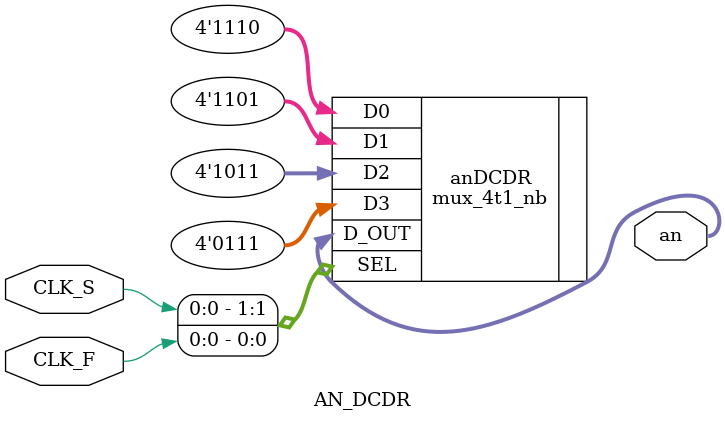
<source format=v>
`timescale 1ns / 1ps
`include "../Modules/mux_4t1_nb.v"

module AN_DCDR(input CLK_S, input CLK_F ,output [3:0] an);

mux_4t1_nb #(.n(4)) anDCDR(.SEL({CLK_S, CLK_F}),.D0(4'b1110),.D1(4'b1101),.D2(4'b1011),.D3(4'b0111),.D_OUT(an));

endmodule

</source>
